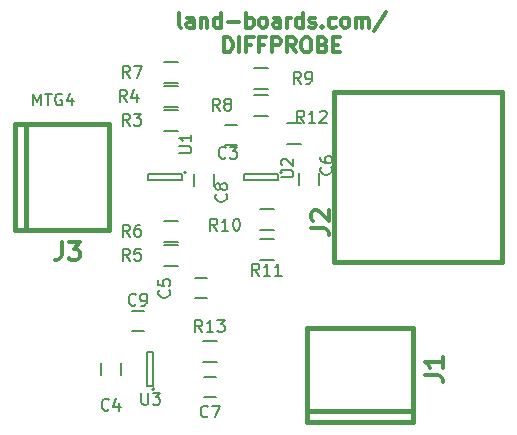
<source format=gto>
G04 #@! TF.FileFunction,Legend,Top*
%FSLAX46Y46*%
G04 Gerber Fmt 4.6, Leading zero omitted, Abs format (unit mm)*
G04 Created by KiCad (PCBNEW 4.0.1-stable) date 11/25/2016 8:33:30 PM*
%MOMM*%
G01*
G04 APERTURE LIST*
%ADD10C,0.150000*%
%ADD11C,0.317500*%
%ADD12C,0.381000*%
%ADD13C,0.304800*%
G04 APERTURE END LIST*
D10*
D11*
X14871095Y-2066774D02*
X14750142Y-2006298D01*
X14689666Y-1885345D01*
X14689666Y-796774D01*
X15899190Y-2066774D02*
X15899190Y-1401536D01*
X15838713Y-1280583D01*
X15717761Y-1220107D01*
X15475856Y-1220107D01*
X15354904Y-1280583D01*
X15899190Y-2006298D02*
X15778237Y-2066774D01*
X15475856Y-2066774D01*
X15354904Y-2006298D01*
X15294428Y-1885345D01*
X15294428Y-1764393D01*
X15354904Y-1643440D01*
X15475856Y-1582964D01*
X15778237Y-1582964D01*
X15899190Y-1522488D01*
X16503952Y-1220107D02*
X16503952Y-2066774D01*
X16503952Y-1341060D02*
X16564428Y-1280583D01*
X16685381Y-1220107D01*
X16866809Y-1220107D01*
X16987761Y-1280583D01*
X17048238Y-1401536D01*
X17048238Y-2066774D01*
X18197286Y-2066774D02*
X18197286Y-796774D01*
X18197286Y-2006298D02*
X18076333Y-2066774D01*
X17834429Y-2066774D01*
X17713476Y-2006298D01*
X17653000Y-1945821D01*
X17592524Y-1824869D01*
X17592524Y-1462012D01*
X17653000Y-1341060D01*
X17713476Y-1280583D01*
X17834429Y-1220107D01*
X18076333Y-1220107D01*
X18197286Y-1280583D01*
X18802048Y-1582964D02*
X19769667Y-1582964D01*
X20374429Y-2066774D02*
X20374429Y-796774D01*
X20374429Y-1280583D02*
X20495381Y-1220107D01*
X20737286Y-1220107D01*
X20858238Y-1280583D01*
X20918715Y-1341060D01*
X20979191Y-1462012D01*
X20979191Y-1824869D01*
X20918715Y-1945821D01*
X20858238Y-2006298D01*
X20737286Y-2066774D01*
X20495381Y-2066774D01*
X20374429Y-2006298D01*
X21704906Y-2066774D02*
X21583953Y-2006298D01*
X21523477Y-1945821D01*
X21463001Y-1824869D01*
X21463001Y-1462012D01*
X21523477Y-1341060D01*
X21583953Y-1280583D01*
X21704906Y-1220107D01*
X21886334Y-1220107D01*
X22007286Y-1280583D01*
X22067763Y-1341060D01*
X22128239Y-1462012D01*
X22128239Y-1824869D01*
X22067763Y-1945821D01*
X22007286Y-2006298D01*
X21886334Y-2066774D01*
X21704906Y-2066774D01*
X23216811Y-2066774D02*
X23216811Y-1401536D01*
X23156334Y-1280583D01*
X23035382Y-1220107D01*
X22793477Y-1220107D01*
X22672525Y-1280583D01*
X23216811Y-2006298D02*
X23095858Y-2066774D01*
X22793477Y-2066774D01*
X22672525Y-2006298D01*
X22612049Y-1885345D01*
X22612049Y-1764393D01*
X22672525Y-1643440D01*
X22793477Y-1582964D01*
X23095858Y-1582964D01*
X23216811Y-1522488D01*
X23821573Y-2066774D02*
X23821573Y-1220107D01*
X23821573Y-1462012D02*
X23882049Y-1341060D01*
X23942525Y-1280583D01*
X24063478Y-1220107D01*
X24184430Y-1220107D01*
X25152049Y-2066774D02*
X25152049Y-796774D01*
X25152049Y-2006298D02*
X25031096Y-2066774D01*
X24789192Y-2066774D01*
X24668239Y-2006298D01*
X24607763Y-1945821D01*
X24547287Y-1824869D01*
X24547287Y-1462012D01*
X24607763Y-1341060D01*
X24668239Y-1280583D01*
X24789192Y-1220107D01*
X25031096Y-1220107D01*
X25152049Y-1280583D01*
X25696335Y-2006298D02*
X25817287Y-2066774D01*
X26059192Y-2066774D01*
X26180144Y-2006298D01*
X26240620Y-1885345D01*
X26240620Y-1824869D01*
X26180144Y-1703917D01*
X26059192Y-1643440D01*
X25877763Y-1643440D01*
X25756811Y-1582964D01*
X25696335Y-1462012D01*
X25696335Y-1401536D01*
X25756811Y-1280583D01*
X25877763Y-1220107D01*
X26059192Y-1220107D01*
X26180144Y-1280583D01*
X26784906Y-1945821D02*
X26845382Y-2006298D01*
X26784906Y-2066774D01*
X26724430Y-2006298D01*
X26784906Y-1945821D01*
X26784906Y-2066774D01*
X27933954Y-2006298D02*
X27813001Y-2066774D01*
X27571097Y-2066774D01*
X27450144Y-2006298D01*
X27389668Y-1945821D01*
X27329192Y-1824869D01*
X27329192Y-1462012D01*
X27389668Y-1341060D01*
X27450144Y-1280583D01*
X27571097Y-1220107D01*
X27813001Y-1220107D01*
X27933954Y-1280583D01*
X28659668Y-2066774D02*
X28538715Y-2006298D01*
X28478239Y-1945821D01*
X28417763Y-1824869D01*
X28417763Y-1462012D01*
X28478239Y-1341060D01*
X28538715Y-1280583D01*
X28659668Y-1220107D01*
X28841096Y-1220107D01*
X28962048Y-1280583D01*
X29022525Y-1341060D01*
X29083001Y-1462012D01*
X29083001Y-1824869D01*
X29022525Y-1945821D01*
X28962048Y-2006298D01*
X28841096Y-2066774D01*
X28659668Y-2066774D01*
X29627287Y-2066774D02*
X29627287Y-1220107D01*
X29627287Y-1341060D02*
X29687763Y-1280583D01*
X29808716Y-1220107D01*
X29990144Y-1220107D01*
X30111096Y-1280583D01*
X30171573Y-1401536D01*
X30171573Y-2066774D01*
X30171573Y-1401536D02*
X30232049Y-1280583D01*
X30353001Y-1220107D01*
X30534430Y-1220107D01*
X30655382Y-1280583D01*
X30715858Y-1401536D01*
X30715858Y-2066774D01*
X32227763Y-736298D02*
X31139191Y-2369155D01*
X18499667Y-4162274D02*
X18499667Y-2892274D01*
X18802048Y-2892274D01*
X18983476Y-2952750D01*
X19104429Y-3073702D01*
X19164905Y-3194655D01*
X19225381Y-3436560D01*
X19225381Y-3617988D01*
X19164905Y-3859893D01*
X19104429Y-3980845D01*
X18983476Y-4101798D01*
X18802048Y-4162274D01*
X18499667Y-4162274D01*
X19769667Y-4162274D02*
X19769667Y-2892274D01*
X20797762Y-3497036D02*
X20374429Y-3497036D01*
X20374429Y-4162274D02*
X20374429Y-2892274D01*
X20979191Y-2892274D01*
X21886333Y-3497036D02*
X21463000Y-3497036D01*
X21463000Y-4162274D02*
X21463000Y-2892274D01*
X22067762Y-2892274D01*
X22551571Y-4162274D02*
X22551571Y-2892274D01*
X23035380Y-2892274D01*
X23156333Y-2952750D01*
X23216809Y-3013226D01*
X23277285Y-3134179D01*
X23277285Y-3315607D01*
X23216809Y-3436560D01*
X23156333Y-3497036D01*
X23035380Y-3557512D01*
X22551571Y-3557512D01*
X24547285Y-4162274D02*
X24123952Y-3557512D01*
X23821571Y-4162274D02*
X23821571Y-2892274D01*
X24305380Y-2892274D01*
X24426333Y-2952750D01*
X24486809Y-3013226D01*
X24547285Y-3134179D01*
X24547285Y-3315607D01*
X24486809Y-3436560D01*
X24426333Y-3497036D01*
X24305380Y-3557512D01*
X23821571Y-3557512D01*
X25333476Y-2892274D02*
X25575380Y-2892274D01*
X25696333Y-2952750D01*
X25817285Y-3073702D01*
X25877761Y-3315607D01*
X25877761Y-3738940D01*
X25817285Y-3980845D01*
X25696333Y-4101798D01*
X25575380Y-4162274D01*
X25333476Y-4162274D01*
X25212523Y-4101798D01*
X25091571Y-3980845D01*
X25031095Y-3738940D01*
X25031095Y-3315607D01*
X25091571Y-3073702D01*
X25212523Y-2952750D01*
X25333476Y-2892274D01*
X26845380Y-3497036D02*
X27026809Y-3557512D01*
X27087285Y-3617988D01*
X27147761Y-3738940D01*
X27147761Y-3920369D01*
X27087285Y-4041321D01*
X27026809Y-4101798D01*
X26905856Y-4162274D01*
X26422047Y-4162274D01*
X26422047Y-2892274D01*
X26845380Y-2892274D01*
X26966333Y-2952750D01*
X27026809Y-3013226D01*
X27087285Y-3134179D01*
X27087285Y-3255131D01*
X27026809Y-3376083D01*
X26966333Y-3436560D01*
X26845380Y-3497036D01*
X26422047Y-3497036D01*
X27692047Y-3497036D02*
X28115380Y-3497036D01*
X28296809Y-4162274D02*
X27692047Y-4162274D01*
X27692047Y-2892274D01*
X28296809Y-2892274D01*
D10*
X18550000Y-12026000D02*
X19550000Y-12026000D01*
X19550000Y-10326000D02*
X18550000Y-10326000D01*
X8040000Y-30488000D02*
X8040000Y-31488000D01*
X9740000Y-31488000D02*
X9740000Y-30488000D01*
X16010000Y-24980000D02*
X17010000Y-24980000D01*
X17010000Y-23280000D02*
X16010000Y-23280000D01*
X24804000Y-14359000D02*
X24804000Y-15359000D01*
X26504000Y-15359000D02*
X26504000Y-14359000D01*
X16772000Y-33362000D02*
X17772000Y-33362000D01*
X17772000Y-31662000D02*
X16772000Y-31662000D01*
X17614000Y-15486000D02*
X17614000Y-14486000D01*
X15914000Y-14486000D02*
X15914000Y-15486000D01*
X10676000Y-27774000D02*
X11676000Y-27774000D01*
X11676000Y-26074000D02*
X10676000Y-26074000D01*
X14570000Y-10781000D02*
X13370000Y-10781000D01*
X13370000Y-9031000D02*
X14570000Y-9031000D01*
X14570000Y-8749000D02*
X13370000Y-8749000D01*
X13370000Y-6999000D02*
X14570000Y-6999000D01*
X13370000Y-20461000D02*
X14570000Y-20461000D01*
X14570000Y-22211000D02*
X13370000Y-22211000D01*
X14570000Y-20179000D02*
X13370000Y-20179000D01*
X13370000Y-18429000D02*
X14570000Y-18429000D01*
X14570000Y-6717000D02*
X13370000Y-6717000D01*
X13370000Y-4967000D02*
X14570000Y-4967000D01*
X22190000Y-9511000D02*
X20990000Y-9511000D01*
X20990000Y-7761000D02*
X22190000Y-7761000D01*
X22190000Y-7225000D02*
X20990000Y-7225000D01*
X20990000Y-5475000D02*
X22190000Y-5475000D01*
X22698000Y-19163000D02*
X21498000Y-19163000D01*
X21498000Y-17413000D02*
X22698000Y-17413000D01*
X21498000Y-19953000D02*
X22698000Y-19953000D01*
X22698000Y-21703000D02*
X21498000Y-21703000D01*
X24984000Y-11924000D02*
X23784000Y-11924000D01*
X23784000Y-10174000D02*
X24984000Y-10174000D01*
X17872000Y-30339000D02*
X16672000Y-30339000D01*
X16672000Y-28589000D02*
X17872000Y-28589000D01*
D12*
X34512000Y-35488000D02*
X34512000Y-27488000D01*
X25512000Y-35488000D02*
X25512000Y-27488000D01*
X34512000Y-27488000D02*
X25512000Y-27488000D01*
X34512000Y-34488000D02*
X25512000Y-34488000D01*
X34512000Y-35488000D02*
X25512000Y-35488000D01*
X740000Y-19242000D02*
X8740000Y-19242000D01*
X740000Y-10242000D02*
X8740000Y-10242000D01*
X8740000Y-19242000D02*
X8740000Y-10242000D01*
X1740000Y-19242000D02*
X1740000Y-10242000D01*
X740000Y-19242000D02*
X740000Y-10242000D01*
D10*
X15262000Y-14332000D02*
G75*
G03X15262000Y-14332000I-100000J0D01*
G01*
X14912000Y-14982000D02*
X14912000Y-14482000D01*
X12012000Y-14982000D02*
X14912000Y-14982000D01*
X12012000Y-14482000D02*
X12012000Y-14982000D01*
X14912000Y-14482000D02*
X12012000Y-14482000D01*
X23390000Y-14332000D02*
G75*
G03X23390000Y-14332000I-100000J0D01*
G01*
X23040000Y-14982000D02*
X23040000Y-14482000D01*
X20140000Y-14982000D02*
X23040000Y-14982000D01*
X20140000Y-14482000D02*
X20140000Y-14982000D01*
X23040000Y-14482000D02*
X20140000Y-14482000D01*
X12592000Y-32688000D02*
G75*
G03X12592000Y-32688000I-100000J0D01*
G01*
X11942000Y-32438000D02*
X12442000Y-32438000D01*
X11942000Y-29538000D02*
X11942000Y-32438000D01*
X12442000Y-29538000D02*
X11942000Y-29538000D01*
X12442000Y-32438000D02*
X12442000Y-29538000D01*
D12*
X27838400Y-7543800D02*
X42039540Y-7543800D01*
X42034460Y-7538720D02*
X42034460Y-21937980D01*
X42039540Y-21943060D02*
X27838400Y-21943060D01*
X27820620Y-7543800D02*
X27820620Y-21943060D01*
D10*
X18629334Y-13057143D02*
X18581715Y-13104762D01*
X18438858Y-13152381D01*
X18343620Y-13152381D01*
X18200762Y-13104762D01*
X18105524Y-13009524D01*
X18057905Y-12914286D01*
X18010286Y-12723810D01*
X18010286Y-12580952D01*
X18057905Y-12390476D01*
X18105524Y-12295238D01*
X18200762Y-12200000D01*
X18343620Y-12152381D01*
X18438858Y-12152381D01*
X18581715Y-12200000D01*
X18629334Y-12247619D01*
X18962667Y-12152381D02*
X19581715Y-12152381D01*
X19248381Y-12533333D01*
X19391239Y-12533333D01*
X19486477Y-12580952D01*
X19534096Y-12628571D01*
X19581715Y-12723810D01*
X19581715Y-12961905D01*
X19534096Y-13057143D01*
X19486477Y-13104762D01*
X19391239Y-13152381D01*
X19105524Y-13152381D01*
X19010286Y-13104762D01*
X18962667Y-13057143D01*
X8723334Y-34393143D02*
X8675715Y-34440762D01*
X8532858Y-34488381D01*
X8437620Y-34488381D01*
X8294762Y-34440762D01*
X8199524Y-34345524D01*
X8151905Y-34250286D01*
X8104286Y-34059810D01*
X8104286Y-33916952D01*
X8151905Y-33726476D01*
X8199524Y-33631238D01*
X8294762Y-33536000D01*
X8437620Y-33488381D01*
X8532858Y-33488381D01*
X8675715Y-33536000D01*
X8723334Y-33583619D01*
X9580477Y-33821714D02*
X9580477Y-34488381D01*
X9342381Y-33440762D02*
X9104286Y-34155048D01*
X9723334Y-34155048D01*
X13819143Y-24296666D02*
X13866762Y-24344285D01*
X13914381Y-24487142D01*
X13914381Y-24582380D01*
X13866762Y-24725238D01*
X13771524Y-24820476D01*
X13676286Y-24868095D01*
X13485810Y-24915714D01*
X13342952Y-24915714D01*
X13152476Y-24868095D01*
X13057238Y-24820476D01*
X12962000Y-24725238D01*
X12914381Y-24582380D01*
X12914381Y-24487142D01*
X12962000Y-24344285D01*
X13009619Y-24296666D01*
X12914381Y-23391904D02*
X12914381Y-23868095D01*
X13390571Y-23915714D01*
X13342952Y-23868095D01*
X13295333Y-23772857D01*
X13295333Y-23534761D01*
X13342952Y-23439523D01*
X13390571Y-23391904D01*
X13485810Y-23344285D01*
X13723905Y-23344285D01*
X13819143Y-23391904D01*
X13866762Y-23439523D01*
X13914381Y-23534761D01*
X13914381Y-23772857D01*
X13866762Y-23868095D01*
X13819143Y-23915714D01*
X27535143Y-13882666D02*
X27582762Y-13930285D01*
X27630381Y-14073142D01*
X27630381Y-14168380D01*
X27582762Y-14311238D01*
X27487524Y-14406476D01*
X27392286Y-14454095D01*
X27201810Y-14501714D01*
X27058952Y-14501714D01*
X26868476Y-14454095D01*
X26773238Y-14406476D01*
X26678000Y-14311238D01*
X26630381Y-14168380D01*
X26630381Y-14073142D01*
X26678000Y-13930285D01*
X26725619Y-13882666D01*
X26630381Y-13025523D02*
X26630381Y-13216000D01*
X26678000Y-13311238D01*
X26725619Y-13358857D01*
X26868476Y-13454095D01*
X27058952Y-13501714D01*
X27439905Y-13501714D01*
X27535143Y-13454095D01*
X27582762Y-13406476D01*
X27630381Y-13311238D01*
X27630381Y-13120761D01*
X27582762Y-13025523D01*
X27535143Y-12977904D01*
X27439905Y-12930285D01*
X27201810Y-12930285D01*
X27106571Y-12977904D01*
X27058952Y-13025523D01*
X27011333Y-13120761D01*
X27011333Y-13311238D01*
X27058952Y-13406476D01*
X27106571Y-13454095D01*
X27201810Y-13501714D01*
X17105334Y-34969143D02*
X17057715Y-35016762D01*
X16914858Y-35064381D01*
X16819620Y-35064381D01*
X16676762Y-35016762D01*
X16581524Y-34921524D01*
X16533905Y-34826286D01*
X16486286Y-34635810D01*
X16486286Y-34492952D01*
X16533905Y-34302476D01*
X16581524Y-34207238D01*
X16676762Y-34112000D01*
X16819620Y-34064381D01*
X16914858Y-34064381D01*
X17057715Y-34112000D01*
X17105334Y-34159619D01*
X17438667Y-34064381D02*
X18105334Y-34064381D01*
X17676762Y-35064381D01*
X18645143Y-16168666D02*
X18692762Y-16216285D01*
X18740381Y-16359142D01*
X18740381Y-16454380D01*
X18692762Y-16597238D01*
X18597524Y-16692476D01*
X18502286Y-16740095D01*
X18311810Y-16787714D01*
X18168952Y-16787714D01*
X17978476Y-16740095D01*
X17883238Y-16692476D01*
X17788000Y-16597238D01*
X17740381Y-16454380D01*
X17740381Y-16359142D01*
X17788000Y-16216285D01*
X17835619Y-16168666D01*
X18168952Y-15597238D02*
X18121333Y-15692476D01*
X18073714Y-15740095D01*
X17978476Y-15787714D01*
X17930857Y-15787714D01*
X17835619Y-15740095D01*
X17788000Y-15692476D01*
X17740381Y-15597238D01*
X17740381Y-15406761D01*
X17788000Y-15311523D01*
X17835619Y-15263904D01*
X17930857Y-15216285D01*
X17978476Y-15216285D01*
X18073714Y-15263904D01*
X18121333Y-15311523D01*
X18168952Y-15406761D01*
X18168952Y-15597238D01*
X18216571Y-15692476D01*
X18264190Y-15740095D01*
X18359429Y-15787714D01*
X18549905Y-15787714D01*
X18645143Y-15740095D01*
X18692762Y-15692476D01*
X18740381Y-15597238D01*
X18740381Y-15406761D01*
X18692762Y-15311523D01*
X18645143Y-15263904D01*
X18549905Y-15216285D01*
X18359429Y-15216285D01*
X18264190Y-15263904D01*
X18216571Y-15311523D01*
X18168952Y-15406761D01*
X11009334Y-25503143D02*
X10961715Y-25550762D01*
X10818858Y-25598381D01*
X10723620Y-25598381D01*
X10580762Y-25550762D01*
X10485524Y-25455524D01*
X10437905Y-25360286D01*
X10390286Y-25169810D01*
X10390286Y-25026952D01*
X10437905Y-24836476D01*
X10485524Y-24741238D01*
X10580762Y-24646000D01*
X10723620Y-24598381D01*
X10818858Y-24598381D01*
X10961715Y-24646000D01*
X11009334Y-24693619D01*
X11485524Y-25598381D02*
X11676000Y-25598381D01*
X11771239Y-25550762D01*
X11818858Y-25503143D01*
X11914096Y-25360286D01*
X11961715Y-25169810D01*
X11961715Y-24788857D01*
X11914096Y-24693619D01*
X11866477Y-24646000D01*
X11771239Y-24598381D01*
X11580762Y-24598381D01*
X11485524Y-24646000D01*
X11437905Y-24693619D01*
X11390286Y-24788857D01*
X11390286Y-25026952D01*
X11437905Y-25122190D01*
X11485524Y-25169810D01*
X11580762Y-25217429D01*
X11771239Y-25217429D01*
X11866477Y-25169810D01*
X11914096Y-25122190D01*
X11961715Y-25026952D01*
X10501334Y-10358381D02*
X10168000Y-9882190D01*
X9929905Y-10358381D02*
X9929905Y-9358381D01*
X10310858Y-9358381D01*
X10406096Y-9406000D01*
X10453715Y-9453619D01*
X10501334Y-9548857D01*
X10501334Y-9691714D01*
X10453715Y-9786952D01*
X10406096Y-9834571D01*
X10310858Y-9882190D01*
X9929905Y-9882190D01*
X10834667Y-9358381D02*
X11453715Y-9358381D01*
X11120381Y-9739333D01*
X11263239Y-9739333D01*
X11358477Y-9786952D01*
X11406096Y-9834571D01*
X11453715Y-9929810D01*
X11453715Y-10167905D01*
X11406096Y-10263143D01*
X11358477Y-10310762D01*
X11263239Y-10358381D01*
X10977524Y-10358381D01*
X10882286Y-10310762D01*
X10834667Y-10263143D01*
X10247334Y-8326381D02*
X9914000Y-7850190D01*
X9675905Y-8326381D02*
X9675905Y-7326381D01*
X10056858Y-7326381D01*
X10152096Y-7374000D01*
X10199715Y-7421619D01*
X10247334Y-7516857D01*
X10247334Y-7659714D01*
X10199715Y-7754952D01*
X10152096Y-7802571D01*
X10056858Y-7850190D01*
X9675905Y-7850190D01*
X11104477Y-7659714D02*
X11104477Y-8326381D01*
X10866381Y-7278762D02*
X10628286Y-7993048D01*
X11247334Y-7993048D01*
X10501334Y-21788381D02*
X10168000Y-21312190D01*
X9929905Y-21788381D02*
X9929905Y-20788381D01*
X10310858Y-20788381D01*
X10406096Y-20836000D01*
X10453715Y-20883619D01*
X10501334Y-20978857D01*
X10501334Y-21121714D01*
X10453715Y-21216952D01*
X10406096Y-21264571D01*
X10310858Y-21312190D01*
X9929905Y-21312190D01*
X11406096Y-20788381D02*
X10929905Y-20788381D01*
X10882286Y-21264571D01*
X10929905Y-21216952D01*
X11025143Y-21169333D01*
X11263239Y-21169333D01*
X11358477Y-21216952D01*
X11406096Y-21264571D01*
X11453715Y-21359810D01*
X11453715Y-21597905D01*
X11406096Y-21693143D01*
X11358477Y-21740762D01*
X11263239Y-21788381D01*
X11025143Y-21788381D01*
X10929905Y-21740762D01*
X10882286Y-21693143D01*
X10501334Y-19756381D02*
X10168000Y-19280190D01*
X9929905Y-19756381D02*
X9929905Y-18756381D01*
X10310858Y-18756381D01*
X10406096Y-18804000D01*
X10453715Y-18851619D01*
X10501334Y-18946857D01*
X10501334Y-19089714D01*
X10453715Y-19184952D01*
X10406096Y-19232571D01*
X10310858Y-19280190D01*
X9929905Y-19280190D01*
X11358477Y-18756381D02*
X11168000Y-18756381D01*
X11072762Y-18804000D01*
X11025143Y-18851619D01*
X10929905Y-18994476D01*
X10882286Y-19184952D01*
X10882286Y-19565905D01*
X10929905Y-19661143D01*
X10977524Y-19708762D01*
X11072762Y-19756381D01*
X11263239Y-19756381D01*
X11358477Y-19708762D01*
X11406096Y-19661143D01*
X11453715Y-19565905D01*
X11453715Y-19327810D01*
X11406096Y-19232571D01*
X11358477Y-19184952D01*
X11263239Y-19137333D01*
X11072762Y-19137333D01*
X10977524Y-19184952D01*
X10929905Y-19232571D01*
X10882286Y-19327810D01*
X10501334Y-6294381D02*
X10168000Y-5818190D01*
X9929905Y-6294381D02*
X9929905Y-5294381D01*
X10310858Y-5294381D01*
X10406096Y-5342000D01*
X10453715Y-5389619D01*
X10501334Y-5484857D01*
X10501334Y-5627714D01*
X10453715Y-5722952D01*
X10406096Y-5770571D01*
X10310858Y-5818190D01*
X9929905Y-5818190D01*
X10834667Y-5294381D02*
X11501334Y-5294381D01*
X11072762Y-6294381D01*
X18121334Y-9088381D02*
X17788000Y-8612190D01*
X17549905Y-9088381D02*
X17549905Y-8088381D01*
X17930858Y-8088381D01*
X18026096Y-8136000D01*
X18073715Y-8183619D01*
X18121334Y-8278857D01*
X18121334Y-8421714D01*
X18073715Y-8516952D01*
X18026096Y-8564571D01*
X17930858Y-8612190D01*
X17549905Y-8612190D01*
X18692762Y-8516952D02*
X18597524Y-8469333D01*
X18549905Y-8421714D01*
X18502286Y-8326476D01*
X18502286Y-8278857D01*
X18549905Y-8183619D01*
X18597524Y-8136000D01*
X18692762Y-8088381D01*
X18883239Y-8088381D01*
X18978477Y-8136000D01*
X19026096Y-8183619D01*
X19073715Y-8278857D01*
X19073715Y-8326476D01*
X19026096Y-8421714D01*
X18978477Y-8469333D01*
X18883239Y-8516952D01*
X18692762Y-8516952D01*
X18597524Y-8564571D01*
X18549905Y-8612190D01*
X18502286Y-8707429D01*
X18502286Y-8897905D01*
X18549905Y-8993143D01*
X18597524Y-9040762D01*
X18692762Y-9088381D01*
X18883239Y-9088381D01*
X18978477Y-9040762D01*
X19026096Y-8993143D01*
X19073715Y-8897905D01*
X19073715Y-8707429D01*
X19026096Y-8612190D01*
X18978477Y-8564571D01*
X18883239Y-8516952D01*
X24979334Y-6802381D02*
X24646000Y-6326190D01*
X24407905Y-6802381D02*
X24407905Y-5802381D01*
X24788858Y-5802381D01*
X24884096Y-5850000D01*
X24931715Y-5897619D01*
X24979334Y-5992857D01*
X24979334Y-6135714D01*
X24931715Y-6230952D01*
X24884096Y-6278571D01*
X24788858Y-6326190D01*
X24407905Y-6326190D01*
X25455524Y-6802381D02*
X25646000Y-6802381D01*
X25741239Y-6754762D01*
X25788858Y-6707143D01*
X25884096Y-6564286D01*
X25931715Y-6373810D01*
X25931715Y-5992857D01*
X25884096Y-5897619D01*
X25836477Y-5850000D01*
X25741239Y-5802381D01*
X25550762Y-5802381D01*
X25455524Y-5850000D01*
X25407905Y-5897619D01*
X25360286Y-5992857D01*
X25360286Y-6230952D01*
X25407905Y-6326190D01*
X25455524Y-6373810D01*
X25550762Y-6421429D01*
X25741239Y-6421429D01*
X25836477Y-6373810D01*
X25884096Y-6326190D01*
X25931715Y-6230952D01*
X17899143Y-19248381D02*
X17565809Y-18772190D01*
X17327714Y-19248381D02*
X17327714Y-18248381D01*
X17708667Y-18248381D01*
X17803905Y-18296000D01*
X17851524Y-18343619D01*
X17899143Y-18438857D01*
X17899143Y-18581714D01*
X17851524Y-18676952D01*
X17803905Y-18724571D01*
X17708667Y-18772190D01*
X17327714Y-18772190D01*
X18851524Y-19248381D02*
X18280095Y-19248381D01*
X18565809Y-19248381D02*
X18565809Y-18248381D01*
X18470571Y-18391238D01*
X18375333Y-18486476D01*
X18280095Y-18534095D01*
X19470571Y-18248381D02*
X19565810Y-18248381D01*
X19661048Y-18296000D01*
X19708667Y-18343619D01*
X19756286Y-18438857D01*
X19803905Y-18629333D01*
X19803905Y-18867429D01*
X19756286Y-19057905D01*
X19708667Y-19153143D01*
X19661048Y-19200762D01*
X19565810Y-19248381D01*
X19470571Y-19248381D01*
X19375333Y-19200762D01*
X19327714Y-19153143D01*
X19280095Y-19057905D01*
X19232476Y-18867429D01*
X19232476Y-18629333D01*
X19280095Y-18438857D01*
X19327714Y-18343619D01*
X19375333Y-18296000D01*
X19470571Y-18248381D01*
X21455143Y-23058381D02*
X21121809Y-22582190D01*
X20883714Y-23058381D02*
X20883714Y-22058381D01*
X21264667Y-22058381D01*
X21359905Y-22106000D01*
X21407524Y-22153619D01*
X21455143Y-22248857D01*
X21455143Y-22391714D01*
X21407524Y-22486952D01*
X21359905Y-22534571D01*
X21264667Y-22582190D01*
X20883714Y-22582190D01*
X22407524Y-23058381D02*
X21836095Y-23058381D01*
X22121809Y-23058381D02*
X22121809Y-22058381D01*
X22026571Y-22201238D01*
X21931333Y-22296476D01*
X21836095Y-22344095D01*
X23359905Y-23058381D02*
X22788476Y-23058381D01*
X23074190Y-23058381D02*
X23074190Y-22058381D01*
X22978952Y-22201238D01*
X22883714Y-22296476D01*
X22788476Y-22344095D01*
X25265143Y-10104381D02*
X24931809Y-9628190D01*
X24693714Y-10104381D02*
X24693714Y-9104381D01*
X25074667Y-9104381D01*
X25169905Y-9152000D01*
X25217524Y-9199619D01*
X25265143Y-9294857D01*
X25265143Y-9437714D01*
X25217524Y-9532952D01*
X25169905Y-9580571D01*
X25074667Y-9628190D01*
X24693714Y-9628190D01*
X26217524Y-10104381D02*
X25646095Y-10104381D01*
X25931809Y-10104381D02*
X25931809Y-9104381D01*
X25836571Y-9247238D01*
X25741333Y-9342476D01*
X25646095Y-9390095D01*
X26598476Y-9199619D02*
X26646095Y-9152000D01*
X26741333Y-9104381D01*
X26979429Y-9104381D01*
X27074667Y-9152000D01*
X27122286Y-9199619D01*
X27169905Y-9294857D01*
X27169905Y-9390095D01*
X27122286Y-9532952D01*
X26550857Y-10104381D01*
X27169905Y-10104381D01*
X16629143Y-27816381D02*
X16295809Y-27340190D01*
X16057714Y-27816381D02*
X16057714Y-26816381D01*
X16438667Y-26816381D01*
X16533905Y-26864000D01*
X16581524Y-26911619D01*
X16629143Y-27006857D01*
X16629143Y-27149714D01*
X16581524Y-27244952D01*
X16533905Y-27292571D01*
X16438667Y-27340190D01*
X16057714Y-27340190D01*
X17581524Y-27816381D02*
X17010095Y-27816381D01*
X17295809Y-27816381D02*
X17295809Y-26816381D01*
X17200571Y-26959238D01*
X17105333Y-27054476D01*
X17010095Y-27102095D01*
X17914857Y-26816381D02*
X18533905Y-26816381D01*
X18200571Y-27197333D01*
X18343429Y-27197333D01*
X18438667Y-27244952D01*
X18486286Y-27292571D01*
X18533905Y-27387810D01*
X18533905Y-27625905D01*
X18486286Y-27721143D01*
X18438667Y-27768762D01*
X18343429Y-27816381D01*
X18057714Y-27816381D01*
X17962476Y-27768762D01*
X17914857Y-27721143D01*
D13*
X35487429Y-31496000D02*
X36576000Y-31496000D01*
X36793714Y-31568572D01*
X36938857Y-31713715D01*
X37011429Y-31931429D01*
X37011429Y-32076572D01*
X37011429Y-29972000D02*
X37011429Y-30842857D01*
X37011429Y-30407429D02*
X35487429Y-30407429D01*
X35705143Y-30552572D01*
X35850286Y-30697714D01*
X35922857Y-30842857D01*
X4732000Y-20217429D02*
X4732000Y-21306000D01*
X4659428Y-21523714D01*
X4514285Y-21668857D01*
X4296571Y-21741429D01*
X4151428Y-21741429D01*
X5312571Y-20217429D02*
X6256000Y-20217429D01*
X5748000Y-20798000D01*
X5965714Y-20798000D01*
X6110857Y-20870571D01*
X6183428Y-20943143D01*
X6256000Y-21088286D01*
X6256000Y-21451143D01*
X6183428Y-21596286D01*
X6110857Y-21668857D01*
X5965714Y-21741429D01*
X5530286Y-21741429D01*
X5385143Y-21668857D01*
X5312571Y-21596286D01*
D10*
X14692381Y-12699905D02*
X15501905Y-12699905D01*
X15597143Y-12652286D01*
X15644762Y-12604667D01*
X15692381Y-12509429D01*
X15692381Y-12318952D01*
X15644762Y-12223714D01*
X15597143Y-12176095D01*
X15501905Y-12128476D01*
X14692381Y-12128476D01*
X15692381Y-11128476D02*
X15692381Y-11699905D01*
X15692381Y-11414191D02*
X14692381Y-11414191D01*
X14835238Y-11509429D01*
X14930476Y-11604667D01*
X14978095Y-11699905D01*
X23328381Y-14731905D02*
X24137905Y-14731905D01*
X24233143Y-14684286D01*
X24280762Y-14636667D01*
X24328381Y-14541429D01*
X24328381Y-14350952D01*
X24280762Y-14255714D01*
X24233143Y-14208095D01*
X24137905Y-14160476D01*
X23328381Y-14160476D01*
X23423619Y-13731905D02*
X23376000Y-13684286D01*
X23328381Y-13589048D01*
X23328381Y-13350952D01*
X23376000Y-13255714D01*
X23423619Y-13208095D01*
X23518857Y-13160476D01*
X23614095Y-13160476D01*
X23756952Y-13208095D01*
X24328381Y-13779524D01*
X24328381Y-13160476D01*
X11480095Y-32990381D02*
X11480095Y-33799905D01*
X11527714Y-33895143D01*
X11575333Y-33942762D01*
X11670571Y-33990381D01*
X11861048Y-33990381D01*
X11956286Y-33942762D01*
X12003905Y-33895143D01*
X12051524Y-33799905D01*
X12051524Y-32990381D01*
X12432476Y-32990381D02*
X13051524Y-32990381D01*
X12718190Y-33371333D01*
X12861048Y-33371333D01*
X12956286Y-33418952D01*
X13003905Y-33466571D01*
X13051524Y-33561810D01*
X13051524Y-33799905D01*
X13003905Y-33895143D01*
X12956286Y-33942762D01*
X12861048Y-33990381D01*
X12575333Y-33990381D01*
X12480095Y-33942762D01*
X12432476Y-33895143D01*
D13*
X25835429Y-19050000D02*
X26924000Y-19050000D01*
X27141714Y-19122572D01*
X27286857Y-19267715D01*
X27359429Y-19485429D01*
X27359429Y-19630572D01*
X25980571Y-18396857D02*
X25908000Y-18324286D01*
X25835429Y-18179143D01*
X25835429Y-17816286D01*
X25908000Y-17671143D01*
X25980571Y-17598572D01*
X26125714Y-17526000D01*
X26270857Y-17526000D01*
X26488571Y-17598572D01*
X27359429Y-18469429D01*
X27359429Y-17526000D01*
D10*
X2309524Y-8652381D02*
X2309524Y-7652381D01*
X2642858Y-8366667D01*
X2976191Y-7652381D01*
X2976191Y-8652381D01*
X3309524Y-7652381D02*
X3880953Y-7652381D01*
X3595238Y-8652381D02*
X3595238Y-7652381D01*
X4738096Y-7700000D02*
X4642858Y-7652381D01*
X4500001Y-7652381D01*
X4357143Y-7700000D01*
X4261905Y-7795238D01*
X4214286Y-7890476D01*
X4166667Y-8080952D01*
X4166667Y-8223810D01*
X4214286Y-8414286D01*
X4261905Y-8509524D01*
X4357143Y-8604762D01*
X4500001Y-8652381D01*
X4595239Y-8652381D01*
X4738096Y-8604762D01*
X4785715Y-8557143D01*
X4785715Y-8223810D01*
X4595239Y-8223810D01*
X5642858Y-7985714D02*
X5642858Y-8652381D01*
X5404762Y-7604762D02*
X5166667Y-8319048D01*
X5785715Y-8319048D01*
M02*

</source>
